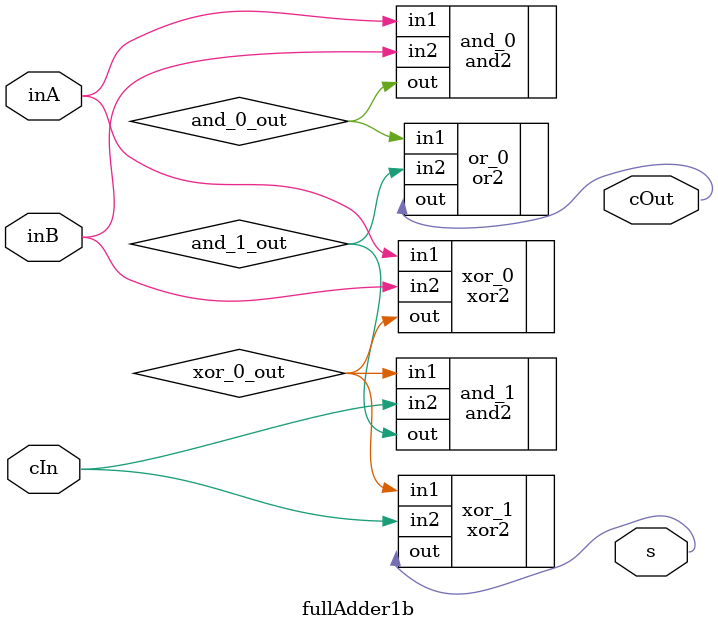
<source format=v>
/*
    CS/ECE 552 Spring '23
    Homework #1, Problem 2
    
    a 1-bit full adder
*/
`default_nettype none
module fullAdder1b(s, cOut, inA, inB, cIn);
    output wire s;
    output wire cOut;
    input  wire inA, inB;
    input  wire cIn;

    // YOUR CODE HERE
	wire xor_0_out, and_0_out, and_1_out;
	xor2 xor_0(.out(xor_0_out), .in1(inA), .in2(inB));
	xor2 xor_1(.out(s), .in1(xor_0_out), .in2(cIn));
	and2 and_0(.out(and_0_out), .in1(inA), .in2(inB));
	and2 and_1(.out(and_1_out), .in1(xor_0_out), .in2(cIn));
	or2 or_0(.out(cOut), .in1(and_0_out), .in2(and_1_out));
	

endmodule
`default_nettype wire

</source>
